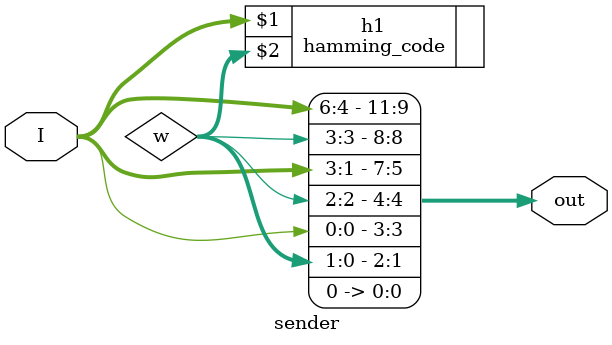
<source format=v>
module sender(I,out);
input [6:0]I;
output [11:0]out;
wire [3:0]w;
hamming_code h1(I,w);
assign out[0]=0;
assign out[1]=w[0];
assign out[2]=w[1];
assign out[4]=w[2];
assign out[8]=w[3];
assign out[3]=I[0];
assign out[5]=I[1];
assign out[6]=I[2];
assign out[7]=I[3];
assign out[9]=I[4];
assign out[10]=I[5];
assign out[11]=I[6];
endmodule

</source>
